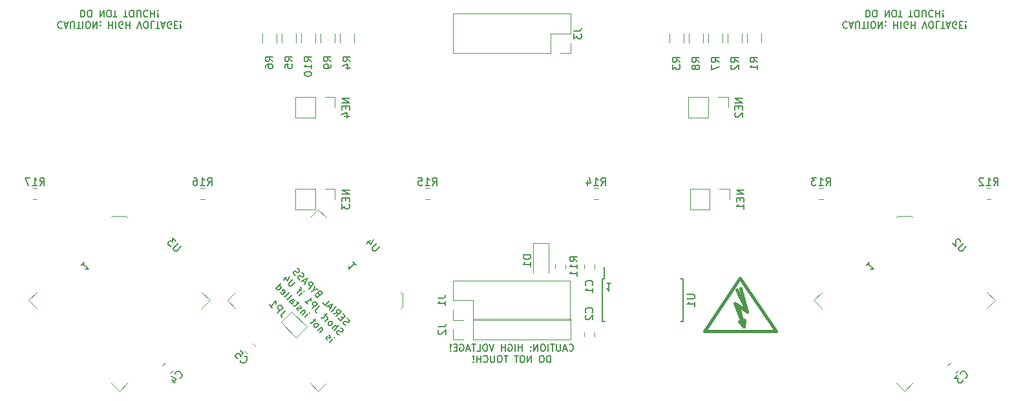
<source format=gbr>
G04 #@! TF.GenerationSoftware,KiCad,Pcbnew,(5.1.0-0)*
G04 #@! TF.CreationDate,2019-05-10T01:12:34-05:00*
G04 #@! TF.ProjectId,IN-12,494e2d31-322e-46b6-9963-61645f706362,rev?*
G04 #@! TF.SameCoordinates,Original*
G04 #@! TF.FileFunction,Legend,Bot*
G04 #@! TF.FilePolarity,Positive*
%FSLAX46Y46*%
G04 Gerber Fmt 4.6, Leading zero omitted, Abs format (unit mm)*
G04 Created by KiCad (PCBNEW (5.1.0-0)) date 2019-05-10 01:12:34*
%MOMM*%
%LPD*%
G04 APERTURE LIST*
%ADD10C,0.152400*%
%ADD11C,0.150000*%
%ADD12C,0.381000*%
%ADD13C,0.120000*%
G04 APERTURE END LIST*
D10*
X126961048Y-118840749D02*
X126841311Y-118780880D01*
X126691640Y-118631209D01*
X126661706Y-118541407D01*
X126661706Y-118481538D01*
X126691640Y-118391736D01*
X126751508Y-118331868D01*
X126841311Y-118301933D01*
X126901179Y-118301933D01*
X126990982Y-118331868D01*
X127140653Y-118421670D01*
X127230455Y-118451604D01*
X127290324Y-118451604D01*
X127380126Y-118421670D01*
X127439995Y-118361802D01*
X127469929Y-118271999D01*
X127469929Y-118212131D01*
X127439995Y-118122328D01*
X127290324Y-117972657D01*
X127170587Y-117912789D01*
X126631771Y-117912789D02*
X126422232Y-117703250D01*
X126003154Y-117942723D02*
X126302495Y-118242065D01*
X126931113Y-117613447D01*
X126631771Y-117314105D01*
X125374536Y-117314105D02*
X125883417Y-117224303D01*
X125733746Y-117673315D02*
X126362364Y-117044697D01*
X126122890Y-116805224D01*
X126033088Y-116775290D01*
X125973219Y-116775290D01*
X125883417Y-116805224D01*
X125793614Y-116895027D01*
X125763680Y-116984829D01*
X125763680Y-117044697D01*
X125793614Y-117134500D01*
X126033088Y-117373974D01*
X125105128Y-117044697D02*
X125733746Y-116416080D01*
X125015325Y-116595685D02*
X124715983Y-116296343D01*
X124895589Y-116835158D02*
X125314667Y-115997001D01*
X124476510Y-116416080D01*
X123967629Y-115907198D02*
X124266971Y-116206540D01*
X124895589Y-115577922D01*
X123398879Y-114679897D02*
X123279143Y-114620028D01*
X123219274Y-114620028D01*
X123129472Y-114649963D01*
X123039669Y-114739765D01*
X123009735Y-114829568D01*
X123009735Y-114889436D01*
X123039669Y-114979239D01*
X123279143Y-115218712D01*
X123907760Y-114590094D01*
X123698221Y-114380555D01*
X123608419Y-114350621D01*
X123548550Y-114350621D01*
X123458748Y-114380555D01*
X123398879Y-114440423D01*
X123368945Y-114530226D01*
X123368945Y-114590094D01*
X123398879Y-114679897D01*
X123608419Y-114889436D01*
X122830130Y-114171016D02*
X122530788Y-114470357D01*
X123368945Y-114051279D02*
X122830130Y-114171016D01*
X122949866Y-113632200D01*
X122111709Y-114051279D02*
X122740327Y-113422661D01*
X122500854Y-113183187D01*
X122411051Y-113153253D01*
X122351183Y-113153253D01*
X122261380Y-113183187D01*
X122171578Y-113272990D01*
X122141643Y-113362792D01*
X122141643Y-113422661D01*
X122171578Y-113512463D01*
X122411051Y-113751937D01*
X121692631Y-113272990D02*
X121393289Y-112973648D01*
X121572894Y-113512463D02*
X121991972Y-112674306D01*
X121153815Y-113093385D01*
X121004144Y-112883845D02*
X120884408Y-112823977D01*
X120734737Y-112674306D01*
X120704802Y-112584504D01*
X120704802Y-112524635D01*
X120734737Y-112434833D01*
X120794605Y-112374964D01*
X120884408Y-112345030D01*
X120944276Y-112345030D01*
X121034078Y-112374964D01*
X121183749Y-112464767D01*
X121273552Y-112494701D01*
X121333420Y-112494701D01*
X121423223Y-112464767D01*
X121483091Y-112404898D01*
X121513025Y-112315096D01*
X121513025Y-112255228D01*
X121483091Y-112165425D01*
X121333420Y-112015754D01*
X121213684Y-111955886D01*
X120405461Y-112285162D02*
X120285724Y-112225293D01*
X120136053Y-112075622D01*
X120106119Y-111985820D01*
X120106119Y-111925951D01*
X120136053Y-111836149D01*
X120195921Y-111776281D01*
X120285724Y-111746346D01*
X120345592Y-111746346D01*
X120435395Y-111776281D01*
X120585066Y-111866083D01*
X120674868Y-111896017D01*
X120734737Y-111896017D01*
X120824539Y-111866083D01*
X120884408Y-111806215D01*
X120914342Y-111716412D01*
X120914342Y-111656544D01*
X120884408Y-111566741D01*
X120734737Y-111417070D01*
X120615000Y-111357202D01*
X126104930Y-120086011D02*
X125985193Y-120026143D01*
X125835522Y-119876472D01*
X125805588Y-119786669D01*
X125805588Y-119726801D01*
X125835522Y-119636998D01*
X125895390Y-119577130D01*
X125985193Y-119547196D01*
X126045061Y-119547196D01*
X126134864Y-119577130D01*
X126284535Y-119666932D01*
X126374337Y-119696866D01*
X126434206Y-119696866D01*
X126524008Y-119666932D01*
X126583877Y-119607064D01*
X126613811Y-119517261D01*
X126613811Y-119457393D01*
X126583877Y-119367590D01*
X126434206Y-119217919D01*
X126314469Y-119158051D01*
X125446378Y-119487327D02*
X126074996Y-118858709D01*
X125176970Y-119217919D02*
X125506246Y-118888643D01*
X125596049Y-118858709D01*
X125685851Y-118888643D01*
X125775654Y-118978446D01*
X125805588Y-119068249D01*
X125805588Y-119128117D01*
X124787826Y-118828775D02*
X124877628Y-118858709D01*
X124937496Y-118858709D01*
X125027299Y-118828775D01*
X125206904Y-118649170D01*
X125236838Y-118559367D01*
X125236838Y-118499499D01*
X125206904Y-118409696D01*
X125117102Y-118319894D01*
X125027299Y-118289960D01*
X124967431Y-118289960D01*
X124877628Y-118319894D01*
X124698023Y-118499499D01*
X124668089Y-118589302D01*
X124668089Y-118649170D01*
X124698023Y-118738972D01*
X124787826Y-118828775D01*
X124308879Y-118349828D02*
X124727957Y-117930749D01*
X124608220Y-118050486D02*
X124638155Y-117960684D01*
X124638155Y-117900815D01*
X124608220Y-117811013D01*
X124548352Y-117751144D01*
X124428615Y-117631408D02*
X124189142Y-117391934D01*
X124548352Y-117332066D02*
X124009537Y-117870881D01*
X123919734Y-117900815D01*
X123829932Y-117870881D01*
X123770063Y-117811013D01*
X123530590Y-116314303D02*
X123081577Y-116763316D01*
X123021708Y-116883053D01*
X123021708Y-117002790D01*
X123081577Y-117122526D01*
X123141445Y-117182395D01*
X122602630Y-116643579D02*
X123231248Y-116014961D01*
X122991774Y-115775488D01*
X122901972Y-115745554D01*
X122842103Y-115745554D01*
X122752301Y-115775488D01*
X122662498Y-115865291D01*
X122632564Y-115955093D01*
X122632564Y-116014961D01*
X122662498Y-116104764D01*
X122901972Y-116344238D01*
X121644736Y-115685685D02*
X122003946Y-116044896D01*
X121824341Y-115865291D02*
X122452959Y-115236673D01*
X122423025Y-115386344D01*
X122423025Y-115506080D01*
X122452959Y-115595883D01*
X120896381Y-114937331D02*
X121315460Y-114518252D01*
X121524999Y-114308713D02*
X121524999Y-114368581D01*
X121465131Y-114368581D01*
X121465131Y-114308713D01*
X121524999Y-114308713D01*
X121465131Y-114368581D01*
X121105920Y-114308713D02*
X120866447Y-114069239D01*
X120597039Y-114637989D02*
X121135855Y-114099173D01*
X121165789Y-114009371D01*
X121135855Y-113919568D01*
X121075986Y-113859700D01*
X120387500Y-113171214D02*
X119878619Y-113680095D01*
X119788816Y-113710029D01*
X119728948Y-113710029D01*
X119639145Y-113680095D01*
X119519409Y-113560358D01*
X119489474Y-113470556D01*
X119489474Y-113410687D01*
X119519409Y-113320885D01*
X120028290Y-112812003D01*
X119250001Y-112452793D02*
X118830922Y-112871872D01*
X119639145Y-112362991D02*
X119339803Y-112961674D01*
X118950659Y-112572530D01*
X124889602Y-121031931D02*
X125308680Y-120612853D01*
X125518220Y-120403313D02*
X125518220Y-120463182D01*
X125458351Y-120463182D01*
X125458351Y-120403313D01*
X125518220Y-120403313D01*
X125458351Y-120463182D01*
X124650128Y-120732589D02*
X124560326Y-120702655D01*
X124440589Y-120582918D01*
X124410655Y-120493116D01*
X124440589Y-120403313D01*
X124470523Y-120373379D01*
X124560326Y-120343445D01*
X124650128Y-120373379D01*
X124739931Y-120463182D01*
X124829733Y-120493116D01*
X124919536Y-120463182D01*
X124949470Y-120433248D01*
X124979404Y-120343445D01*
X124949470Y-120253642D01*
X124859668Y-120163840D01*
X124769865Y-120133906D01*
X124021510Y-119325683D02*
X123602432Y-119744761D01*
X123961642Y-119385551D02*
X123961642Y-119325683D01*
X123931708Y-119235880D01*
X123841905Y-119146077D01*
X123752103Y-119116143D01*
X123662300Y-119146077D01*
X123333024Y-119475354D01*
X122943880Y-119086209D02*
X123033682Y-119116143D01*
X123093550Y-119116143D01*
X123183353Y-119086209D01*
X123362958Y-118906604D01*
X123392892Y-118816801D01*
X123392892Y-118756933D01*
X123362958Y-118667130D01*
X123273156Y-118577328D01*
X123183353Y-118547394D01*
X123123485Y-118547394D01*
X123033682Y-118577328D01*
X122854077Y-118756933D01*
X122824143Y-118846736D01*
X122824143Y-118906604D01*
X122854077Y-118996407D01*
X122943880Y-119086209D01*
X122973814Y-118277986D02*
X122734340Y-118038513D01*
X123093550Y-117978644D02*
X122554735Y-118517460D01*
X122464933Y-118547394D01*
X122375130Y-118517460D01*
X122315262Y-118457591D01*
X121626775Y-117769105D02*
X122045854Y-117350026D01*
X122255393Y-117140487D02*
X122255393Y-117200355D01*
X122195525Y-117200355D01*
X122195525Y-117140487D01*
X122255393Y-117140487D01*
X122195525Y-117200355D01*
X121746512Y-117050684D02*
X121327433Y-117469763D01*
X121686644Y-117110553D02*
X121686644Y-117050684D01*
X121656710Y-116960882D01*
X121566907Y-116871079D01*
X121477104Y-116841145D01*
X121387302Y-116871079D01*
X121058026Y-117200355D01*
X120818552Y-116901013D02*
X120728750Y-116871079D01*
X120609013Y-116751343D01*
X120579079Y-116661540D01*
X120609013Y-116571737D01*
X120638947Y-116541803D01*
X120728750Y-116511869D01*
X120818552Y-116541803D01*
X120908355Y-116631606D01*
X120998157Y-116661540D01*
X121087960Y-116631606D01*
X121117894Y-116601672D01*
X121147828Y-116511869D01*
X121117894Y-116422066D01*
X121028092Y-116332264D01*
X120938289Y-116302330D01*
X120758684Y-116062856D02*
X120519210Y-115823383D01*
X120878421Y-115763514D02*
X120339605Y-116302330D01*
X120249803Y-116332264D01*
X120160000Y-116302330D01*
X120100132Y-116242461D01*
X119621185Y-115763514D02*
X119950461Y-115434238D01*
X120040263Y-115404304D01*
X120130066Y-115434238D01*
X120249803Y-115553975D01*
X120279737Y-115643778D01*
X119651119Y-115733580D02*
X119681053Y-115823383D01*
X119830724Y-115973054D01*
X119920527Y-116002988D01*
X120010329Y-115973054D01*
X120070198Y-115913185D01*
X120100132Y-115823383D01*
X120070198Y-115733580D01*
X119920527Y-115583909D01*
X119890592Y-115494107D01*
X119232040Y-115374370D02*
X119321843Y-115404304D01*
X119411645Y-115374370D01*
X119950461Y-114835555D01*
X118902764Y-115045094D02*
X118992567Y-115075028D01*
X119082369Y-115045094D01*
X119621185Y-114506278D01*
X118453751Y-114536213D02*
X118483686Y-114626015D01*
X118603422Y-114745752D01*
X118693225Y-114775686D01*
X118783028Y-114745752D01*
X119022501Y-114506278D01*
X119052435Y-114416476D01*
X119022501Y-114326673D01*
X118902764Y-114206937D01*
X118812962Y-114177002D01*
X118723159Y-114206937D01*
X118663291Y-114266805D01*
X118902764Y-114626015D01*
X117855068Y-113997397D02*
X118483686Y-113368779D01*
X117885002Y-113967463D02*
X117914936Y-114057266D01*
X118034673Y-114177002D01*
X118124475Y-114206937D01*
X118184344Y-114206937D01*
X118274146Y-114177002D01*
X118453751Y-113997397D01*
X118483686Y-113907595D01*
X118483686Y-113847726D01*
X118453751Y-113757924D01*
X118334015Y-113638187D01*
X118244212Y-113608253D01*
X89793233Y-79140050D02*
X89750900Y-79097716D01*
X89623900Y-79055383D01*
X89539233Y-79055383D01*
X89412233Y-79097716D01*
X89327566Y-79182383D01*
X89285233Y-79267050D01*
X89242900Y-79436383D01*
X89242900Y-79563383D01*
X89285233Y-79732716D01*
X89327566Y-79817383D01*
X89412233Y-79902050D01*
X89539233Y-79944383D01*
X89623900Y-79944383D01*
X89750900Y-79902050D01*
X89793233Y-79859716D01*
X90131900Y-79309383D02*
X90555233Y-79309383D01*
X90047233Y-79055383D02*
X90343566Y-79944383D01*
X90639900Y-79055383D01*
X90936233Y-79944383D02*
X90936233Y-79224716D01*
X90978566Y-79140050D01*
X91020900Y-79097716D01*
X91105566Y-79055383D01*
X91274900Y-79055383D01*
X91359566Y-79097716D01*
X91401900Y-79140050D01*
X91444233Y-79224716D01*
X91444233Y-79944383D01*
X91740566Y-79944383D02*
X92248566Y-79944383D01*
X91994566Y-79055383D02*
X91994566Y-79944383D01*
X92544900Y-79055383D02*
X92544900Y-79944383D01*
X93137566Y-79944383D02*
X93306900Y-79944383D01*
X93391566Y-79902050D01*
X93476233Y-79817383D01*
X93518566Y-79648050D01*
X93518566Y-79351716D01*
X93476233Y-79182383D01*
X93391566Y-79097716D01*
X93306900Y-79055383D01*
X93137566Y-79055383D01*
X93052900Y-79097716D01*
X92968233Y-79182383D01*
X92925900Y-79351716D01*
X92925900Y-79648050D01*
X92968233Y-79817383D01*
X93052900Y-79902050D01*
X93137566Y-79944383D01*
X93899566Y-79055383D02*
X93899566Y-79944383D01*
X94407566Y-79055383D01*
X94407566Y-79944383D01*
X94830900Y-79140050D02*
X94873233Y-79097716D01*
X94830900Y-79055383D01*
X94788566Y-79097716D01*
X94830900Y-79140050D01*
X94830900Y-79055383D01*
X94830900Y-79605716D02*
X94873233Y-79563383D01*
X94830900Y-79521050D01*
X94788566Y-79563383D01*
X94830900Y-79605716D01*
X94830900Y-79521050D01*
X95931566Y-79055383D02*
X95931566Y-79944383D01*
X95931566Y-79521050D02*
X96439566Y-79521050D01*
X96439566Y-79055383D02*
X96439566Y-79944383D01*
X96862900Y-79055383D02*
X96862900Y-79944383D01*
X97751900Y-79902050D02*
X97667233Y-79944383D01*
X97540233Y-79944383D01*
X97413233Y-79902050D01*
X97328566Y-79817383D01*
X97286233Y-79732716D01*
X97243900Y-79563383D01*
X97243900Y-79436383D01*
X97286233Y-79267050D01*
X97328566Y-79182383D01*
X97413233Y-79097716D01*
X97540233Y-79055383D01*
X97624900Y-79055383D01*
X97751900Y-79097716D01*
X97794233Y-79140050D01*
X97794233Y-79436383D01*
X97624900Y-79436383D01*
X98175233Y-79055383D02*
X98175233Y-79944383D01*
X98175233Y-79521050D02*
X98683233Y-79521050D01*
X98683233Y-79055383D02*
X98683233Y-79944383D01*
X99656900Y-79944383D02*
X99953233Y-79055383D01*
X100249566Y-79944383D01*
X100715233Y-79944383D02*
X100884566Y-79944383D01*
X100969233Y-79902050D01*
X101053900Y-79817383D01*
X101096233Y-79648050D01*
X101096233Y-79351716D01*
X101053900Y-79182383D01*
X100969233Y-79097716D01*
X100884566Y-79055383D01*
X100715233Y-79055383D01*
X100630566Y-79097716D01*
X100545900Y-79182383D01*
X100503566Y-79351716D01*
X100503566Y-79648050D01*
X100545900Y-79817383D01*
X100630566Y-79902050D01*
X100715233Y-79944383D01*
X101900566Y-79055383D02*
X101477233Y-79055383D01*
X101477233Y-79944383D01*
X102069900Y-79944383D02*
X102577900Y-79944383D01*
X102323900Y-79055383D02*
X102323900Y-79944383D01*
X102831900Y-79309383D02*
X103255233Y-79309383D01*
X102747233Y-79055383D02*
X103043566Y-79944383D01*
X103339900Y-79055383D01*
X104101900Y-79902050D02*
X104017233Y-79944383D01*
X103890233Y-79944383D01*
X103763233Y-79902050D01*
X103678566Y-79817383D01*
X103636233Y-79732716D01*
X103593900Y-79563383D01*
X103593900Y-79436383D01*
X103636233Y-79267050D01*
X103678566Y-79182383D01*
X103763233Y-79097716D01*
X103890233Y-79055383D01*
X103974900Y-79055383D01*
X104101900Y-79097716D01*
X104144233Y-79140050D01*
X104144233Y-79436383D01*
X103974900Y-79436383D01*
X104525233Y-79521050D02*
X104821566Y-79521050D01*
X104948566Y-79055383D02*
X104525233Y-79055383D01*
X104525233Y-79944383D01*
X104948566Y-79944383D01*
X105329566Y-79140050D02*
X105371900Y-79097716D01*
X105329566Y-79055383D01*
X105287233Y-79097716D01*
X105329566Y-79140050D01*
X105329566Y-79055383D01*
X105329566Y-79394050D02*
X105287233Y-79902050D01*
X105329566Y-79944383D01*
X105371900Y-79902050D01*
X105329566Y-79394050D01*
X105329566Y-79944383D01*
X92269733Y-77569483D02*
X92269733Y-78458483D01*
X92481400Y-78458483D01*
X92608400Y-78416150D01*
X92693066Y-78331483D01*
X92735400Y-78246816D01*
X92777733Y-78077483D01*
X92777733Y-77950483D01*
X92735400Y-77781150D01*
X92693066Y-77696483D01*
X92608400Y-77611816D01*
X92481400Y-77569483D01*
X92269733Y-77569483D01*
X93328066Y-78458483D02*
X93497400Y-78458483D01*
X93582066Y-78416150D01*
X93666733Y-78331483D01*
X93709066Y-78162150D01*
X93709066Y-77865816D01*
X93666733Y-77696483D01*
X93582066Y-77611816D01*
X93497400Y-77569483D01*
X93328066Y-77569483D01*
X93243400Y-77611816D01*
X93158733Y-77696483D01*
X93116400Y-77865816D01*
X93116400Y-78162150D01*
X93158733Y-78331483D01*
X93243400Y-78416150D01*
X93328066Y-78458483D01*
X94767400Y-77569483D02*
X94767400Y-78458483D01*
X95275400Y-77569483D01*
X95275400Y-78458483D01*
X95868066Y-78458483D02*
X96037400Y-78458483D01*
X96122066Y-78416150D01*
X96206733Y-78331483D01*
X96249066Y-78162150D01*
X96249066Y-77865816D01*
X96206733Y-77696483D01*
X96122066Y-77611816D01*
X96037400Y-77569483D01*
X95868066Y-77569483D01*
X95783400Y-77611816D01*
X95698733Y-77696483D01*
X95656400Y-77865816D01*
X95656400Y-78162150D01*
X95698733Y-78331483D01*
X95783400Y-78416150D01*
X95868066Y-78458483D01*
X96503066Y-78458483D02*
X97011066Y-78458483D01*
X96757066Y-77569483D02*
X96757066Y-78458483D01*
X97857733Y-78458483D02*
X98365733Y-78458483D01*
X98111733Y-77569483D02*
X98111733Y-78458483D01*
X98831400Y-78458483D02*
X99000733Y-78458483D01*
X99085400Y-78416150D01*
X99170066Y-78331483D01*
X99212400Y-78162150D01*
X99212400Y-77865816D01*
X99170066Y-77696483D01*
X99085400Y-77611816D01*
X99000733Y-77569483D01*
X98831400Y-77569483D01*
X98746733Y-77611816D01*
X98662066Y-77696483D01*
X98619733Y-77865816D01*
X98619733Y-78162150D01*
X98662066Y-78331483D01*
X98746733Y-78416150D01*
X98831400Y-78458483D01*
X99593400Y-78458483D02*
X99593400Y-77738816D01*
X99635733Y-77654150D01*
X99678066Y-77611816D01*
X99762733Y-77569483D01*
X99932066Y-77569483D01*
X100016733Y-77611816D01*
X100059066Y-77654150D01*
X100101400Y-77738816D01*
X100101400Y-78458483D01*
X101032733Y-77654150D02*
X100990400Y-77611816D01*
X100863400Y-77569483D01*
X100778733Y-77569483D01*
X100651733Y-77611816D01*
X100567066Y-77696483D01*
X100524733Y-77781150D01*
X100482400Y-77950483D01*
X100482400Y-78077483D01*
X100524733Y-78246816D01*
X100567066Y-78331483D01*
X100651733Y-78416150D01*
X100778733Y-78458483D01*
X100863400Y-78458483D01*
X100990400Y-78416150D01*
X101032733Y-78373816D01*
X101413733Y-77569483D02*
X101413733Y-78458483D01*
X101413733Y-78035150D02*
X101921733Y-78035150D01*
X101921733Y-77569483D02*
X101921733Y-78458483D01*
X102345066Y-77654150D02*
X102387400Y-77611816D01*
X102345066Y-77569483D01*
X102302733Y-77611816D01*
X102345066Y-77654150D01*
X102345066Y-77569483D01*
X102345066Y-77908150D02*
X102302733Y-78416150D01*
X102345066Y-78458483D01*
X102387400Y-78416150D01*
X102345066Y-77908150D01*
X102345066Y-78458483D01*
D11*
X128309312Y-110981748D02*
X127905251Y-110577687D01*
X128107281Y-110779718D02*
X127400174Y-111486825D01*
X127433846Y-111318466D01*
X127433846Y-111183779D01*
X127400174Y-111082764D01*
D10*
X192663233Y-79140050D02*
X192620900Y-79097716D01*
X192493900Y-79055383D01*
X192409233Y-79055383D01*
X192282233Y-79097716D01*
X192197566Y-79182383D01*
X192155233Y-79267050D01*
X192112900Y-79436383D01*
X192112900Y-79563383D01*
X192155233Y-79732716D01*
X192197566Y-79817383D01*
X192282233Y-79902050D01*
X192409233Y-79944383D01*
X192493900Y-79944383D01*
X192620900Y-79902050D01*
X192663233Y-79859716D01*
X193001900Y-79309383D02*
X193425233Y-79309383D01*
X192917233Y-79055383D02*
X193213566Y-79944383D01*
X193509900Y-79055383D01*
X193806233Y-79944383D02*
X193806233Y-79224716D01*
X193848566Y-79140050D01*
X193890900Y-79097716D01*
X193975566Y-79055383D01*
X194144900Y-79055383D01*
X194229566Y-79097716D01*
X194271900Y-79140050D01*
X194314233Y-79224716D01*
X194314233Y-79944383D01*
X194610566Y-79944383D02*
X195118566Y-79944383D01*
X194864566Y-79055383D02*
X194864566Y-79944383D01*
X195414900Y-79055383D02*
X195414900Y-79944383D01*
X196007566Y-79944383D02*
X196176900Y-79944383D01*
X196261566Y-79902050D01*
X196346233Y-79817383D01*
X196388566Y-79648050D01*
X196388566Y-79351716D01*
X196346233Y-79182383D01*
X196261566Y-79097716D01*
X196176900Y-79055383D01*
X196007566Y-79055383D01*
X195922900Y-79097716D01*
X195838233Y-79182383D01*
X195795900Y-79351716D01*
X195795900Y-79648050D01*
X195838233Y-79817383D01*
X195922900Y-79902050D01*
X196007566Y-79944383D01*
X196769566Y-79055383D02*
X196769566Y-79944383D01*
X197277566Y-79055383D01*
X197277566Y-79944383D01*
X197700900Y-79140050D02*
X197743233Y-79097716D01*
X197700900Y-79055383D01*
X197658566Y-79097716D01*
X197700900Y-79140050D01*
X197700900Y-79055383D01*
X197700900Y-79605716D02*
X197743233Y-79563383D01*
X197700900Y-79521050D01*
X197658566Y-79563383D01*
X197700900Y-79605716D01*
X197700900Y-79521050D01*
X198801566Y-79055383D02*
X198801566Y-79944383D01*
X198801566Y-79521050D02*
X199309566Y-79521050D01*
X199309566Y-79055383D02*
X199309566Y-79944383D01*
X199732900Y-79055383D02*
X199732900Y-79944383D01*
X200621900Y-79902050D02*
X200537233Y-79944383D01*
X200410233Y-79944383D01*
X200283233Y-79902050D01*
X200198566Y-79817383D01*
X200156233Y-79732716D01*
X200113900Y-79563383D01*
X200113900Y-79436383D01*
X200156233Y-79267050D01*
X200198566Y-79182383D01*
X200283233Y-79097716D01*
X200410233Y-79055383D01*
X200494900Y-79055383D01*
X200621900Y-79097716D01*
X200664233Y-79140050D01*
X200664233Y-79436383D01*
X200494900Y-79436383D01*
X201045233Y-79055383D02*
X201045233Y-79944383D01*
X201045233Y-79521050D02*
X201553233Y-79521050D01*
X201553233Y-79055383D02*
X201553233Y-79944383D01*
X202526900Y-79944383D02*
X202823233Y-79055383D01*
X203119566Y-79944383D01*
X203585233Y-79944383D02*
X203754566Y-79944383D01*
X203839233Y-79902050D01*
X203923900Y-79817383D01*
X203966233Y-79648050D01*
X203966233Y-79351716D01*
X203923900Y-79182383D01*
X203839233Y-79097716D01*
X203754566Y-79055383D01*
X203585233Y-79055383D01*
X203500566Y-79097716D01*
X203415900Y-79182383D01*
X203373566Y-79351716D01*
X203373566Y-79648050D01*
X203415900Y-79817383D01*
X203500566Y-79902050D01*
X203585233Y-79944383D01*
X204770566Y-79055383D02*
X204347233Y-79055383D01*
X204347233Y-79944383D01*
X204939900Y-79944383D02*
X205447900Y-79944383D01*
X205193900Y-79055383D02*
X205193900Y-79944383D01*
X205701900Y-79309383D02*
X206125233Y-79309383D01*
X205617233Y-79055383D02*
X205913566Y-79944383D01*
X206209900Y-79055383D01*
X206971900Y-79902050D02*
X206887233Y-79944383D01*
X206760233Y-79944383D01*
X206633233Y-79902050D01*
X206548566Y-79817383D01*
X206506233Y-79732716D01*
X206463900Y-79563383D01*
X206463900Y-79436383D01*
X206506233Y-79267050D01*
X206548566Y-79182383D01*
X206633233Y-79097716D01*
X206760233Y-79055383D01*
X206844900Y-79055383D01*
X206971900Y-79097716D01*
X207014233Y-79140050D01*
X207014233Y-79436383D01*
X206844900Y-79436383D01*
X207395233Y-79521050D02*
X207691566Y-79521050D01*
X207818566Y-79055383D02*
X207395233Y-79055383D01*
X207395233Y-79944383D01*
X207818566Y-79944383D01*
X208199566Y-79140050D02*
X208241900Y-79097716D01*
X208199566Y-79055383D01*
X208157233Y-79097716D01*
X208199566Y-79140050D01*
X208199566Y-79055383D01*
X208199566Y-79394050D02*
X208157233Y-79902050D01*
X208199566Y-79944383D01*
X208241900Y-79902050D01*
X208199566Y-79394050D01*
X208199566Y-79944383D01*
X195139733Y-77569483D02*
X195139733Y-78458483D01*
X195351400Y-78458483D01*
X195478400Y-78416150D01*
X195563066Y-78331483D01*
X195605400Y-78246816D01*
X195647733Y-78077483D01*
X195647733Y-77950483D01*
X195605400Y-77781150D01*
X195563066Y-77696483D01*
X195478400Y-77611816D01*
X195351400Y-77569483D01*
X195139733Y-77569483D01*
X196198066Y-78458483D02*
X196367400Y-78458483D01*
X196452066Y-78416150D01*
X196536733Y-78331483D01*
X196579066Y-78162150D01*
X196579066Y-77865816D01*
X196536733Y-77696483D01*
X196452066Y-77611816D01*
X196367400Y-77569483D01*
X196198066Y-77569483D01*
X196113400Y-77611816D01*
X196028733Y-77696483D01*
X195986400Y-77865816D01*
X195986400Y-78162150D01*
X196028733Y-78331483D01*
X196113400Y-78416150D01*
X196198066Y-78458483D01*
X197637400Y-77569483D02*
X197637400Y-78458483D01*
X198145400Y-77569483D01*
X198145400Y-78458483D01*
X198738066Y-78458483D02*
X198907400Y-78458483D01*
X198992066Y-78416150D01*
X199076733Y-78331483D01*
X199119066Y-78162150D01*
X199119066Y-77865816D01*
X199076733Y-77696483D01*
X198992066Y-77611816D01*
X198907400Y-77569483D01*
X198738066Y-77569483D01*
X198653400Y-77611816D01*
X198568733Y-77696483D01*
X198526400Y-77865816D01*
X198526400Y-78162150D01*
X198568733Y-78331483D01*
X198653400Y-78416150D01*
X198738066Y-78458483D01*
X199373066Y-78458483D02*
X199881066Y-78458483D01*
X199627066Y-77569483D02*
X199627066Y-78458483D01*
X200727733Y-78458483D02*
X201235733Y-78458483D01*
X200981733Y-77569483D02*
X200981733Y-78458483D01*
X201701400Y-78458483D02*
X201870733Y-78458483D01*
X201955400Y-78416150D01*
X202040066Y-78331483D01*
X202082400Y-78162150D01*
X202082400Y-77865816D01*
X202040066Y-77696483D01*
X201955400Y-77611816D01*
X201870733Y-77569483D01*
X201701400Y-77569483D01*
X201616733Y-77611816D01*
X201532066Y-77696483D01*
X201489733Y-77865816D01*
X201489733Y-78162150D01*
X201532066Y-78331483D01*
X201616733Y-78416150D01*
X201701400Y-78458483D01*
X202463400Y-78458483D02*
X202463400Y-77738816D01*
X202505733Y-77654150D01*
X202548066Y-77611816D01*
X202632733Y-77569483D01*
X202802066Y-77569483D01*
X202886733Y-77611816D01*
X202929066Y-77654150D01*
X202971400Y-77738816D01*
X202971400Y-78458483D01*
X203902733Y-77654150D02*
X203860400Y-77611816D01*
X203733400Y-77569483D01*
X203648733Y-77569483D01*
X203521733Y-77611816D01*
X203437066Y-77696483D01*
X203394733Y-77781150D01*
X203352400Y-77950483D01*
X203352400Y-78077483D01*
X203394733Y-78246816D01*
X203437066Y-78331483D01*
X203521733Y-78416150D01*
X203648733Y-78458483D01*
X203733400Y-78458483D01*
X203860400Y-78416150D01*
X203902733Y-78373816D01*
X204283733Y-77569483D02*
X204283733Y-78458483D01*
X204283733Y-78035150D02*
X204791733Y-78035150D01*
X204791733Y-77569483D02*
X204791733Y-78458483D01*
X205215066Y-77654150D02*
X205257400Y-77611816D01*
X205215066Y-77569483D01*
X205172733Y-77611816D01*
X205215066Y-77654150D01*
X205215066Y-77569483D01*
X205215066Y-77908150D02*
X205172733Y-78416150D01*
X205215066Y-78458483D01*
X205257400Y-78416150D01*
X205215066Y-77908150D01*
X205215066Y-78458483D01*
X156256566Y-122104150D02*
X156298900Y-122146483D01*
X156425900Y-122188816D01*
X156510566Y-122188816D01*
X156637566Y-122146483D01*
X156722233Y-122061816D01*
X156764566Y-121977150D01*
X156806900Y-121807816D01*
X156806900Y-121680816D01*
X156764566Y-121511483D01*
X156722233Y-121426816D01*
X156637566Y-121342150D01*
X156510566Y-121299816D01*
X156425900Y-121299816D01*
X156298900Y-121342150D01*
X156256566Y-121384483D01*
X155917900Y-121934816D02*
X155494566Y-121934816D01*
X156002566Y-122188816D02*
X155706233Y-121299816D01*
X155409900Y-122188816D01*
X155113566Y-121299816D02*
X155113566Y-122019483D01*
X155071233Y-122104150D01*
X155028900Y-122146483D01*
X154944233Y-122188816D01*
X154774900Y-122188816D01*
X154690233Y-122146483D01*
X154647900Y-122104150D01*
X154605566Y-122019483D01*
X154605566Y-121299816D01*
X154309233Y-121299816D02*
X153801233Y-121299816D01*
X154055233Y-122188816D02*
X154055233Y-121299816D01*
X153504900Y-122188816D02*
X153504900Y-121299816D01*
X152912233Y-121299816D02*
X152742900Y-121299816D01*
X152658233Y-121342150D01*
X152573566Y-121426816D01*
X152531233Y-121596150D01*
X152531233Y-121892483D01*
X152573566Y-122061816D01*
X152658233Y-122146483D01*
X152742900Y-122188816D01*
X152912233Y-122188816D01*
X152996900Y-122146483D01*
X153081566Y-122061816D01*
X153123900Y-121892483D01*
X153123900Y-121596150D01*
X153081566Y-121426816D01*
X152996900Y-121342150D01*
X152912233Y-121299816D01*
X152150233Y-122188816D02*
X152150233Y-121299816D01*
X151642233Y-122188816D01*
X151642233Y-121299816D01*
X151218900Y-122104150D02*
X151176566Y-122146483D01*
X151218900Y-122188816D01*
X151261233Y-122146483D01*
X151218900Y-122104150D01*
X151218900Y-122188816D01*
X151218900Y-121638483D02*
X151176566Y-121680816D01*
X151218900Y-121723150D01*
X151261233Y-121680816D01*
X151218900Y-121638483D01*
X151218900Y-121723150D01*
X150118233Y-122188816D02*
X150118233Y-121299816D01*
X150118233Y-121723150D02*
X149610233Y-121723150D01*
X149610233Y-122188816D02*
X149610233Y-121299816D01*
X149186899Y-122188816D02*
X149186899Y-121299816D01*
X148297899Y-121342150D02*
X148382566Y-121299816D01*
X148509566Y-121299816D01*
X148636566Y-121342150D01*
X148721233Y-121426816D01*
X148763566Y-121511483D01*
X148805899Y-121680816D01*
X148805899Y-121807816D01*
X148763566Y-121977150D01*
X148721233Y-122061816D01*
X148636566Y-122146483D01*
X148509566Y-122188816D01*
X148424899Y-122188816D01*
X148297899Y-122146483D01*
X148255566Y-122104150D01*
X148255566Y-121807816D01*
X148424899Y-121807816D01*
X147874566Y-122188816D02*
X147874566Y-121299816D01*
X147874566Y-121723150D02*
X147366566Y-121723150D01*
X147366566Y-122188816D02*
X147366566Y-121299816D01*
X146392899Y-121299816D02*
X146096566Y-122188816D01*
X145800233Y-121299816D01*
X145334566Y-121299816D02*
X145165233Y-121299816D01*
X145080566Y-121342150D01*
X144995899Y-121426816D01*
X144953566Y-121596150D01*
X144953566Y-121892483D01*
X144995899Y-122061816D01*
X145080566Y-122146483D01*
X145165233Y-122188816D01*
X145334566Y-122188816D01*
X145419233Y-122146483D01*
X145503899Y-122061816D01*
X145546233Y-121892483D01*
X145546233Y-121596150D01*
X145503899Y-121426816D01*
X145419233Y-121342150D01*
X145334566Y-121299816D01*
X144149233Y-122188816D02*
X144572566Y-122188816D01*
X144572566Y-121299816D01*
X143979899Y-121299816D02*
X143471899Y-121299816D01*
X143725899Y-122188816D02*
X143725899Y-121299816D01*
X143217899Y-121934816D02*
X142794566Y-121934816D01*
X143302566Y-122188816D02*
X143006233Y-121299816D01*
X142709899Y-122188816D01*
X141947899Y-121342150D02*
X142032566Y-121299816D01*
X142159566Y-121299816D01*
X142286566Y-121342150D01*
X142371233Y-121426816D01*
X142413566Y-121511483D01*
X142455899Y-121680816D01*
X142455899Y-121807816D01*
X142413566Y-121977150D01*
X142371233Y-122061816D01*
X142286566Y-122146483D01*
X142159566Y-122188816D01*
X142074899Y-122188816D01*
X141947899Y-122146483D01*
X141905566Y-122104150D01*
X141905566Y-121807816D01*
X142074899Y-121807816D01*
X141524566Y-121723150D02*
X141228233Y-121723150D01*
X141101233Y-122188816D02*
X141524566Y-122188816D01*
X141524566Y-121299816D01*
X141101233Y-121299816D01*
X140720233Y-122104150D02*
X140677899Y-122146483D01*
X140720233Y-122188816D01*
X140762566Y-122146483D01*
X140720233Y-122104150D01*
X140720233Y-122188816D01*
X140720233Y-121850150D02*
X140762566Y-121342150D01*
X140720233Y-121299816D01*
X140677899Y-121342150D01*
X140720233Y-121850150D01*
X140720233Y-121299816D01*
X153780066Y-123674716D02*
X153780066Y-122785716D01*
X153568400Y-122785716D01*
X153441400Y-122828050D01*
X153356733Y-122912716D01*
X153314400Y-122997383D01*
X153272066Y-123166716D01*
X153272066Y-123293716D01*
X153314400Y-123463050D01*
X153356733Y-123547716D01*
X153441400Y-123632383D01*
X153568400Y-123674716D01*
X153780066Y-123674716D01*
X152721733Y-122785716D02*
X152552400Y-122785716D01*
X152467733Y-122828050D01*
X152383066Y-122912716D01*
X152340733Y-123082050D01*
X152340733Y-123378383D01*
X152383066Y-123547716D01*
X152467733Y-123632383D01*
X152552400Y-123674716D01*
X152721733Y-123674716D01*
X152806400Y-123632383D01*
X152891066Y-123547716D01*
X152933400Y-123378383D01*
X152933400Y-123082050D01*
X152891066Y-122912716D01*
X152806400Y-122828050D01*
X152721733Y-122785716D01*
X151282400Y-123674716D02*
X151282400Y-122785716D01*
X150774400Y-123674716D01*
X150774400Y-122785716D01*
X150181733Y-122785716D02*
X150012400Y-122785716D01*
X149927733Y-122828050D01*
X149843066Y-122912716D01*
X149800733Y-123082050D01*
X149800733Y-123378383D01*
X149843066Y-123547716D01*
X149927733Y-123632383D01*
X150012400Y-123674716D01*
X150181733Y-123674716D01*
X150266400Y-123632383D01*
X150351066Y-123547716D01*
X150393400Y-123378383D01*
X150393400Y-123082050D01*
X150351066Y-122912716D01*
X150266400Y-122828050D01*
X150181733Y-122785716D01*
X149546733Y-122785716D02*
X149038733Y-122785716D01*
X149292733Y-123674716D02*
X149292733Y-122785716D01*
X148192066Y-122785716D02*
X147684066Y-122785716D01*
X147938066Y-123674716D02*
X147938066Y-122785716D01*
X147218400Y-122785716D02*
X147049066Y-122785716D01*
X146964400Y-122828050D01*
X146879733Y-122912716D01*
X146837400Y-123082050D01*
X146837400Y-123378383D01*
X146879733Y-123547716D01*
X146964400Y-123632383D01*
X147049066Y-123674716D01*
X147218400Y-123674716D01*
X147303066Y-123632383D01*
X147387733Y-123547716D01*
X147430066Y-123378383D01*
X147430066Y-123082050D01*
X147387733Y-122912716D01*
X147303066Y-122828050D01*
X147218400Y-122785716D01*
X146456400Y-122785716D02*
X146456400Y-123505383D01*
X146414066Y-123590050D01*
X146371733Y-123632383D01*
X146287066Y-123674716D01*
X146117733Y-123674716D01*
X146033066Y-123632383D01*
X145990733Y-123590050D01*
X145948400Y-123505383D01*
X145948400Y-122785716D01*
X145017066Y-123590050D02*
X145059400Y-123632383D01*
X145186400Y-123674716D01*
X145271066Y-123674716D01*
X145398066Y-123632383D01*
X145482733Y-123547716D01*
X145525066Y-123463050D01*
X145567400Y-123293716D01*
X145567400Y-123166716D01*
X145525066Y-122997383D01*
X145482733Y-122912716D01*
X145398066Y-122828050D01*
X145271066Y-122785716D01*
X145186400Y-122785716D01*
X145059400Y-122828050D01*
X145017066Y-122870383D01*
X144636066Y-123674716D02*
X144636066Y-122785716D01*
X144636066Y-123209050D02*
X144128066Y-123209050D01*
X144128066Y-123674716D02*
X144128066Y-122785716D01*
X143704733Y-123590050D02*
X143662400Y-123632383D01*
X143704733Y-123674716D01*
X143747066Y-123632383D01*
X143704733Y-123590050D01*
X143704733Y-123674716D01*
X143704733Y-123336050D02*
X143747066Y-122828050D01*
X143704733Y-122785716D01*
X143662400Y-122828050D01*
X143704733Y-123336050D01*
X143704733Y-122785716D01*
D11*
X161728114Y-113314219D02*
X161156685Y-113314219D01*
X161442400Y-113314219D02*
X161442400Y-114314219D01*
X161347161Y-114171361D01*
X161251923Y-114076123D01*
X161156685Y-114028504D01*
X92744548Y-110577687D02*
X92340487Y-110981748D01*
X92542518Y-110779718D02*
X93249625Y-111486825D01*
X93081266Y-111453153D01*
X92946579Y-111453153D01*
X92845564Y-111486825D01*
X195614548Y-110577687D02*
X195210487Y-110981748D01*
X195412518Y-110779718D02*
X196119625Y-111486825D01*
X195951266Y-111453153D01*
X195816579Y-111453153D01*
X195715564Y-111486825D01*
D12*
X183336400Y-119608600D02*
X178637400Y-112623600D01*
X173938400Y-119608600D02*
X183336400Y-119608600D01*
X178637400Y-112623600D02*
X173938400Y-119608600D01*
X179135240Y-119014240D02*
X179236840Y-118115080D01*
X178337680Y-116215160D02*
X179135240Y-119014240D01*
X179536560Y-117015260D02*
X178337680Y-116215160D01*
X178736460Y-114015520D02*
X179536560Y-117015260D01*
X179135240Y-119014240D02*
X178535800Y-118315740D01*
X179536560Y-117015260D02*
X178236080Y-114213640D01*
X177936360Y-115915440D02*
X178535800Y-116314220D01*
X179135240Y-119014240D02*
X177936360Y-115915440D01*
D13*
X141062400Y-119354600D02*
X141062400Y-120684600D01*
X141062400Y-120684600D02*
X142392400Y-120684600D01*
X143662400Y-120684600D02*
X156422400Y-120684600D01*
X156422400Y-118024600D02*
X156422400Y-120684600D01*
X143662400Y-118024600D02*
X156422400Y-118024600D01*
X143662400Y-118024600D02*
X143662400Y-120684600D01*
X125572400Y-90314600D02*
X125572400Y-88984600D01*
X125572400Y-88984600D02*
X124242400Y-88984600D01*
X122972400Y-88984600D02*
X120372400Y-88984600D01*
X120372400Y-91644600D02*
X120372400Y-88984600D01*
X122972400Y-91644600D02*
X120372400Y-91644600D01*
X122972400Y-91644600D02*
X122972400Y-88984600D01*
X125572400Y-102314600D02*
X125572400Y-100984600D01*
X125572400Y-100984600D02*
X124242400Y-100984600D01*
X122972400Y-100984600D02*
X120372400Y-100984600D01*
X120372400Y-103644600D02*
X120372400Y-100984600D01*
X122972400Y-103644600D02*
X120372400Y-103644600D01*
X122972400Y-103644600D02*
X122972400Y-100984600D01*
X177072400Y-90314600D02*
X177072400Y-88984600D01*
X177072400Y-88984600D02*
X175742400Y-88984600D01*
X174472400Y-88984600D02*
X171872400Y-88984600D01*
X171872400Y-91644600D02*
X171872400Y-88984600D01*
X174472400Y-91644600D02*
X171872400Y-91644600D01*
X174472400Y-91644600D02*
X174472400Y-88984600D01*
X177282000Y-102314600D02*
X177282000Y-100984600D01*
X177282000Y-100984600D02*
X175952000Y-100984600D01*
X174682000Y-100984600D02*
X172082000Y-100984600D01*
X172082000Y-103644600D02*
X172082000Y-100984600D01*
X174682000Y-103644600D02*
X172082000Y-103644600D01*
X174682000Y-103644600D02*
X174682000Y-100984600D01*
X134395173Y-116375605D02*
X134170397Y-116600381D01*
X134395173Y-114713595D02*
X134395173Y-116375605D01*
X134170397Y-114488819D02*
X134395173Y-114713595D01*
X111458622Y-115544600D02*
X112514403Y-114488819D01*
X112514403Y-116600381D02*
X111458622Y-115544600D01*
X123342400Y-127428378D02*
X124398181Y-126372597D01*
X122286619Y-126372597D02*
X123342400Y-127428378D01*
X123342400Y-103660822D02*
X122286619Y-104716603D01*
X124398181Y-104716603D02*
X123342400Y-103660822D01*
X156422400Y-83219600D02*
X156422400Y-81889600D01*
X155092400Y-83219600D02*
X156422400Y-83219600D01*
X156422400Y-80619600D02*
X156422400Y-78019600D01*
X153822400Y-80619600D02*
X156422400Y-80619600D01*
X153822400Y-83219600D02*
X153822400Y-80619600D01*
X156422400Y-78019600D02*
X141062400Y-78019600D01*
X153822400Y-83219600D02*
X141062400Y-83219600D01*
X141062400Y-83219600D02*
X141062400Y-78019600D01*
X141037000Y-116840000D02*
X141037000Y-118170000D01*
X141037000Y-118170000D02*
X142367000Y-118170000D01*
X141037000Y-115570000D02*
X143637000Y-115570000D01*
X143637000Y-115570000D02*
X143637000Y-118170000D01*
X143637000Y-118170000D02*
X156397000Y-118170000D01*
X156397000Y-112970000D02*
X156397000Y-118170000D01*
X141037000Y-112970000D02*
X156397000Y-112970000D01*
X141037000Y-112970000D02*
X141037000Y-115570000D01*
X201008405Y-104491827D02*
X201233181Y-104716603D01*
X199346395Y-104491827D02*
X201008405Y-104491827D01*
X199121619Y-104716603D02*
X199346395Y-104491827D01*
X200177400Y-127428378D02*
X199121619Y-126372597D01*
X201233181Y-126372597D02*
X200177400Y-127428378D01*
X212061178Y-115544600D02*
X211005397Y-114488819D01*
X211005397Y-116600381D02*
X212061178Y-115544600D01*
X188293622Y-115544600D02*
X189349403Y-116600381D01*
X189349403Y-114488819D02*
X188293622Y-115544600D01*
X86516978Y-102284600D02*
X85999822Y-102284600D01*
X86516978Y-100864600D02*
X85999822Y-100864600D01*
X108487978Y-102284600D02*
X107970822Y-102284600D01*
X108487978Y-100864600D02*
X107970822Y-100864600D01*
X137434822Y-100864600D02*
X137951978Y-100864600D01*
X137434822Y-102284600D02*
X137951978Y-102284600D01*
X159532822Y-100864600D02*
X160049978Y-100864600D01*
X159532822Y-102284600D02*
X160049978Y-102284600D01*
X188996822Y-100864600D02*
X189513978Y-100864600D01*
X188996822Y-102284600D02*
X189513978Y-102284600D01*
X210967822Y-100864600D02*
X211484978Y-100864600D01*
X210967822Y-102284600D02*
X211484978Y-102284600D01*
X118470344Y-118436757D02*
X120450243Y-120416656D01*
X120450243Y-120416656D02*
X121864456Y-119002443D01*
X121864456Y-119002443D02*
X119884557Y-117022544D01*
X119884557Y-117022544D02*
X118470344Y-118436757D01*
X114771604Y-121209712D02*
X115137288Y-121575396D01*
X113767512Y-122213804D02*
X114133196Y-122579488D01*
X155802400Y-110841022D02*
X155802400Y-111358178D01*
X154382400Y-110841022D02*
X154382400Y-111358178D01*
X151552400Y-108087600D02*
X151552400Y-111987600D01*
X153552400Y-108087600D02*
X153552400Y-111987600D01*
X151552400Y-108087600D02*
X153552400Y-108087600D01*
X98138405Y-104491827D02*
X98363181Y-104716603D01*
X96476395Y-104491827D02*
X98138405Y-104491827D01*
X96251619Y-104716603D02*
X96476395Y-104491827D01*
X97307400Y-127428378D02*
X96251619Y-126372597D01*
X98363181Y-126372597D02*
X97307400Y-127428378D01*
X109191178Y-115544600D02*
X108135397Y-114488819D01*
X108135397Y-116600381D02*
X109191178Y-115544600D01*
X85423622Y-115544600D02*
X86479403Y-116600381D01*
X86479403Y-114488819D02*
X85423622Y-115544600D01*
X158192400Y-111358178D02*
X158192400Y-110841022D01*
X159612400Y-111358178D02*
X159612400Y-110841022D01*
X159612400Y-119731022D02*
X159612400Y-120248178D01*
X158192400Y-119731022D02*
X158192400Y-120248178D01*
X205842512Y-124115396D02*
X206208196Y-123749712D01*
X206846604Y-125119488D02*
X207212288Y-124753804D01*
X102972512Y-124115396D02*
X103338196Y-123749712D01*
X103976604Y-125119488D02*
X104342288Y-124753804D01*
D11*
X160887400Y-112769600D02*
X160887400Y-111244600D01*
X171162400Y-112769600D02*
X171162400Y-118319600D01*
X160612400Y-112769600D02*
X160612400Y-118319600D01*
X171162400Y-112769600D02*
X170807400Y-112769600D01*
X171162400Y-118319600D02*
X170807400Y-118319600D01*
X160612400Y-118319600D02*
X160967400Y-118319600D01*
X160612400Y-112769600D02*
X160887400Y-112769600D01*
D13*
X122982400Y-81856664D02*
X122982400Y-80652536D01*
X121162400Y-81856664D02*
X121162400Y-80652536D01*
X171962400Y-81856664D02*
X171962400Y-80652536D01*
X173782400Y-81856664D02*
X173782400Y-80652536D01*
X117902400Y-81856664D02*
X117902400Y-80652536D01*
X116082400Y-81856664D02*
X116082400Y-80652536D01*
X120442400Y-81856664D02*
X120442400Y-80652536D01*
X118622400Y-81856664D02*
X118622400Y-80652536D01*
X128062400Y-81856664D02*
X128062400Y-80652536D01*
X126242400Y-81856664D02*
X126242400Y-80652536D01*
X174502400Y-81856664D02*
X174502400Y-80652536D01*
X176322400Y-81856664D02*
X176322400Y-80652536D01*
X125522400Y-81856664D02*
X125522400Y-80652536D01*
X123702400Y-81856664D02*
X123702400Y-80652536D01*
X169422400Y-81856664D02*
X169422400Y-80652536D01*
X171242400Y-81856664D02*
X171242400Y-80652536D01*
X177042400Y-81856664D02*
X177042400Y-80652536D01*
X178862400Y-81856664D02*
X178862400Y-80652536D01*
X179582400Y-81856664D02*
X179582400Y-80652536D01*
X181402400Y-81856664D02*
X181402400Y-80652536D01*
D11*
X139074780Y-119021266D02*
X139789066Y-119021266D01*
X139931923Y-118973647D01*
X140027161Y-118878409D01*
X140074780Y-118735552D01*
X140074780Y-118640314D01*
X139170019Y-119449838D02*
X139122400Y-119497457D01*
X139074780Y-119592695D01*
X139074780Y-119830790D01*
X139122400Y-119926028D01*
X139170019Y-119973647D01*
X139265257Y-120021266D01*
X139360495Y-120021266D01*
X139503352Y-119973647D01*
X140074780Y-119402219D01*
X140074780Y-120021266D01*
X127464780Y-89100314D02*
X126464780Y-89100314D01*
X127464780Y-89671742D01*
X126464780Y-89671742D01*
X126940971Y-90147933D02*
X126940971Y-90481266D01*
X127464780Y-90624123D02*
X127464780Y-90147933D01*
X126464780Y-90147933D01*
X126464780Y-90624123D01*
X126798114Y-91481266D02*
X127464780Y-91481266D01*
X126417161Y-91243171D02*
X127131447Y-91005076D01*
X127131447Y-91624123D01*
X127464780Y-101100314D02*
X126464780Y-101100314D01*
X127464780Y-101671742D01*
X126464780Y-101671742D01*
X126940971Y-102147933D02*
X126940971Y-102481266D01*
X127464780Y-102624123D02*
X127464780Y-102147933D01*
X126464780Y-102147933D01*
X126464780Y-102624123D01*
X126464780Y-102957457D02*
X126464780Y-103576504D01*
X126845733Y-103243171D01*
X126845733Y-103386028D01*
X126893352Y-103481266D01*
X126940971Y-103528885D01*
X127036209Y-103576504D01*
X127274304Y-103576504D01*
X127369542Y-103528885D01*
X127417161Y-103481266D01*
X127464780Y-103386028D01*
X127464780Y-103100314D01*
X127417161Y-103005076D01*
X127369542Y-102957457D01*
X178964780Y-89100314D02*
X177964780Y-89100314D01*
X178964780Y-89671742D01*
X177964780Y-89671742D01*
X178440971Y-90147933D02*
X178440971Y-90481266D01*
X178964780Y-90624123D02*
X178964780Y-90147933D01*
X177964780Y-90147933D01*
X177964780Y-90624123D01*
X178060019Y-91005076D02*
X178012400Y-91052695D01*
X177964780Y-91147933D01*
X177964780Y-91386028D01*
X178012400Y-91481266D01*
X178060019Y-91528885D01*
X178155257Y-91576504D01*
X178250495Y-91576504D01*
X178393352Y-91528885D01*
X178964780Y-90957457D01*
X178964780Y-91576504D01*
X179174380Y-101100314D02*
X178174380Y-101100314D01*
X179174380Y-101671742D01*
X178174380Y-101671742D01*
X178650571Y-102147933D02*
X178650571Y-102481266D01*
X179174380Y-102624123D02*
X179174380Y-102147933D01*
X178174380Y-102147933D01*
X178174380Y-102624123D01*
X179174380Y-103576504D02*
X179174380Y-103005076D01*
X179174380Y-103290790D02*
X178174380Y-103290790D01*
X178317238Y-103195552D01*
X178412476Y-103100314D01*
X178460095Y-103005076D01*
X131452578Y-108511917D02*
X130880158Y-109084337D01*
X130779143Y-109118009D01*
X130711799Y-109118009D01*
X130610784Y-109084337D01*
X130476097Y-108949650D01*
X130442425Y-108848635D01*
X130442425Y-108781291D01*
X130476097Y-108680276D01*
X131048517Y-108107856D01*
X130173051Y-107703795D02*
X129701647Y-108175200D01*
X130610784Y-107602780D02*
X130274066Y-108276215D01*
X129836334Y-107838482D01*
X156874780Y-80286266D02*
X157589066Y-80286266D01*
X157731923Y-80238647D01*
X157827161Y-80143409D01*
X157874780Y-80000552D01*
X157874780Y-79905314D01*
X156874780Y-80667219D02*
X156874780Y-81286266D01*
X157255733Y-80952933D01*
X157255733Y-81095790D01*
X157303352Y-81191028D01*
X157350971Y-81238647D01*
X157446209Y-81286266D01*
X157684304Y-81286266D01*
X157779542Y-81238647D01*
X157827161Y-81191028D01*
X157874780Y-81095790D01*
X157874780Y-80810076D01*
X157827161Y-80714838D01*
X157779542Y-80667219D01*
X139049380Y-115236666D02*
X139763666Y-115236666D01*
X139906523Y-115189047D01*
X140001761Y-115093809D01*
X140049380Y-114950952D01*
X140049380Y-114855714D01*
X140049380Y-116236666D02*
X140049380Y-115665238D01*
X140049380Y-115950952D02*
X139049380Y-115950952D01*
X139192238Y-115855714D01*
X139287476Y-115760476D01*
X139335095Y-115665238D01*
X208287578Y-108511917D02*
X207715158Y-109084337D01*
X207614143Y-109118009D01*
X207546799Y-109118009D01*
X207445784Y-109084337D01*
X207311097Y-108949650D01*
X207277425Y-108848635D01*
X207277425Y-108781291D01*
X207311097Y-108680276D01*
X207883517Y-108107856D01*
X207513127Y-107872154D02*
X207513127Y-107804811D01*
X207479456Y-107703795D01*
X207311097Y-107535437D01*
X207210082Y-107501765D01*
X207142738Y-107501765D01*
X207041723Y-107535437D01*
X206974379Y-107602780D01*
X206907036Y-107737467D01*
X206907036Y-108545589D01*
X206469303Y-108107856D01*
X86901257Y-100502980D02*
X87234590Y-100026790D01*
X87472685Y-100502980D02*
X87472685Y-99502980D01*
X87091733Y-99502980D01*
X86996495Y-99550600D01*
X86948876Y-99598219D01*
X86901257Y-99693457D01*
X86901257Y-99836314D01*
X86948876Y-99931552D01*
X86996495Y-99979171D01*
X87091733Y-100026790D01*
X87472685Y-100026790D01*
X85948876Y-100502980D02*
X86520304Y-100502980D01*
X86234590Y-100502980D02*
X86234590Y-99502980D01*
X86329828Y-99645838D01*
X86425066Y-99741076D01*
X86520304Y-99788695D01*
X85615542Y-99502980D02*
X84948876Y-99502980D01*
X85377447Y-100502980D01*
X108872257Y-100502980D02*
X109205590Y-100026790D01*
X109443685Y-100502980D02*
X109443685Y-99502980D01*
X109062733Y-99502980D01*
X108967495Y-99550600D01*
X108919876Y-99598219D01*
X108872257Y-99693457D01*
X108872257Y-99836314D01*
X108919876Y-99931552D01*
X108967495Y-99979171D01*
X109062733Y-100026790D01*
X109443685Y-100026790D01*
X107919876Y-100502980D02*
X108491304Y-100502980D01*
X108205590Y-100502980D02*
X108205590Y-99502980D01*
X108300828Y-99645838D01*
X108396066Y-99741076D01*
X108491304Y-99788695D01*
X107062733Y-99502980D02*
X107253209Y-99502980D01*
X107348447Y-99550600D01*
X107396066Y-99598219D01*
X107491304Y-99741076D01*
X107538923Y-99931552D01*
X107538923Y-100312504D01*
X107491304Y-100407742D01*
X107443685Y-100455361D01*
X107348447Y-100502980D01*
X107157971Y-100502980D01*
X107062733Y-100455361D01*
X107015114Y-100407742D01*
X106967495Y-100312504D01*
X106967495Y-100074409D01*
X107015114Y-99979171D01*
X107062733Y-99931552D01*
X107157971Y-99883933D01*
X107348447Y-99883933D01*
X107443685Y-99931552D01*
X107491304Y-99979171D01*
X107538923Y-100074409D01*
X138336257Y-100502980D02*
X138669590Y-100026790D01*
X138907685Y-100502980D02*
X138907685Y-99502980D01*
X138526733Y-99502980D01*
X138431495Y-99550600D01*
X138383876Y-99598219D01*
X138336257Y-99693457D01*
X138336257Y-99836314D01*
X138383876Y-99931552D01*
X138431495Y-99979171D01*
X138526733Y-100026790D01*
X138907685Y-100026790D01*
X137383876Y-100502980D02*
X137955304Y-100502980D01*
X137669590Y-100502980D02*
X137669590Y-99502980D01*
X137764828Y-99645838D01*
X137860066Y-99741076D01*
X137955304Y-99788695D01*
X136479114Y-99502980D02*
X136955304Y-99502980D01*
X137002923Y-99979171D01*
X136955304Y-99931552D01*
X136860066Y-99883933D01*
X136621971Y-99883933D01*
X136526733Y-99931552D01*
X136479114Y-99979171D01*
X136431495Y-100074409D01*
X136431495Y-100312504D01*
X136479114Y-100407742D01*
X136526733Y-100455361D01*
X136621971Y-100502980D01*
X136860066Y-100502980D01*
X136955304Y-100455361D01*
X137002923Y-100407742D01*
X160434257Y-100502980D02*
X160767590Y-100026790D01*
X161005685Y-100502980D02*
X161005685Y-99502980D01*
X160624733Y-99502980D01*
X160529495Y-99550600D01*
X160481876Y-99598219D01*
X160434257Y-99693457D01*
X160434257Y-99836314D01*
X160481876Y-99931552D01*
X160529495Y-99979171D01*
X160624733Y-100026790D01*
X161005685Y-100026790D01*
X159481876Y-100502980D02*
X160053304Y-100502980D01*
X159767590Y-100502980D02*
X159767590Y-99502980D01*
X159862828Y-99645838D01*
X159958066Y-99741076D01*
X160053304Y-99788695D01*
X158624733Y-99836314D02*
X158624733Y-100502980D01*
X158862828Y-99455361D02*
X159100923Y-100169647D01*
X158481876Y-100169647D01*
X189898257Y-100502980D02*
X190231590Y-100026790D01*
X190469685Y-100502980D02*
X190469685Y-99502980D01*
X190088733Y-99502980D01*
X189993495Y-99550600D01*
X189945876Y-99598219D01*
X189898257Y-99693457D01*
X189898257Y-99836314D01*
X189945876Y-99931552D01*
X189993495Y-99979171D01*
X190088733Y-100026790D01*
X190469685Y-100026790D01*
X188945876Y-100502980D02*
X189517304Y-100502980D01*
X189231590Y-100502980D02*
X189231590Y-99502980D01*
X189326828Y-99645838D01*
X189422066Y-99741076D01*
X189517304Y-99788695D01*
X188612542Y-99502980D02*
X187993495Y-99502980D01*
X188326828Y-99883933D01*
X188183971Y-99883933D01*
X188088733Y-99931552D01*
X188041114Y-99979171D01*
X187993495Y-100074409D01*
X187993495Y-100312504D01*
X188041114Y-100407742D01*
X188088733Y-100455361D01*
X188183971Y-100502980D01*
X188469685Y-100502980D01*
X188564923Y-100455361D01*
X188612542Y-100407742D01*
X211869257Y-100502980D02*
X212202590Y-100026790D01*
X212440685Y-100502980D02*
X212440685Y-99502980D01*
X212059733Y-99502980D01*
X211964495Y-99550600D01*
X211916876Y-99598219D01*
X211869257Y-99693457D01*
X211869257Y-99836314D01*
X211916876Y-99931552D01*
X211964495Y-99979171D01*
X212059733Y-100026790D01*
X212440685Y-100026790D01*
X210916876Y-100502980D02*
X211488304Y-100502980D01*
X211202590Y-100502980D02*
X211202590Y-99502980D01*
X211297828Y-99645838D01*
X211393066Y-99741076D01*
X211488304Y-99788695D01*
X210535923Y-99598219D02*
X210488304Y-99550600D01*
X210393066Y-99502980D01*
X210154971Y-99502980D01*
X210059733Y-99550600D01*
X210012114Y-99598219D01*
X209964495Y-99693457D01*
X209964495Y-99788695D01*
X210012114Y-99931552D01*
X210583542Y-100502980D01*
X209964495Y-100502980D01*
X119078421Y-116856171D02*
X118573345Y-117361247D01*
X118506002Y-117495934D01*
X118506002Y-117630621D01*
X118573345Y-117765308D01*
X118640689Y-117832652D01*
X118034597Y-117226560D02*
X118741704Y-116519453D01*
X118472330Y-116250079D01*
X118371315Y-116216408D01*
X118303971Y-116216408D01*
X118202956Y-116250079D01*
X118101941Y-116351095D01*
X118068269Y-116452110D01*
X118068269Y-116519453D01*
X118101941Y-116620469D01*
X118371315Y-116889843D01*
X116957101Y-116149064D02*
X117361162Y-116553125D01*
X117159131Y-116351095D02*
X117866238Y-115643988D01*
X117832566Y-115812347D01*
X117832566Y-115947034D01*
X117866238Y-116048049D01*
X113150986Y-123431715D02*
X113150986Y-123499058D01*
X113218330Y-123633745D01*
X113285674Y-123701089D01*
X113420361Y-123768432D01*
X113555048Y-123768432D01*
X113656063Y-123734761D01*
X113824422Y-123633745D01*
X113925437Y-123532730D01*
X114026452Y-123364371D01*
X114060124Y-123263356D01*
X114060124Y-123128669D01*
X113992780Y-122993982D01*
X113925437Y-122926638D01*
X113790750Y-122859295D01*
X113723406Y-122859295D01*
X113150986Y-122152188D02*
X113487704Y-122488906D01*
X113184658Y-122859295D01*
X113184658Y-122791951D01*
X113150986Y-122690936D01*
X112982628Y-122522577D01*
X112881612Y-122488906D01*
X112814269Y-122488906D01*
X112713254Y-122522577D01*
X112544895Y-122690936D01*
X112511223Y-122791951D01*
X112511223Y-122859295D01*
X112544895Y-122960310D01*
X112713254Y-123128669D01*
X112814269Y-123162341D01*
X112881612Y-123162341D01*
X157322780Y-110456742D02*
X156846590Y-110123409D01*
X157322780Y-109885314D02*
X156322780Y-109885314D01*
X156322780Y-110266266D01*
X156370400Y-110361504D01*
X156418019Y-110409123D01*
X156513257Y-110456742D01*
X156656114Y-110456742D01*
X156751352Y-110409123D01*
X156798971Y-110361504D01*
X156846590Y-110266266D01*
X156846590Y-109885314D01*
X157322780Y-111409123D02*
X157322780Y-110837695D01*
X157322780Y-111123409D02*
X156322780Y-111123409D01*
X156465638Y-111028171D01*
X156560876Y-110932933D01*
X156608495Y-110837695D01*
X157322780Y-112361504D02*
X157322780Y-111790076D01*
X157322780Y-112075790D02*
X156322780Y-112075790D01*
X156465638Y-111980552D01*
X156560876Y-111885314D01*
X156608495Y-111790076D01*
X151226780Y-109599504D02*
X150226780Y-109599504D01*
X150226780Y-109837600D01*
X150274400Y-109980457D01*
X150369638Y-110075695D01*
X150464876Y-110123314D01*
X150655352Y-110170933D01*
X150798209Y-110170933D01*
X150988685Y-110123314D01*
X151083923Y-110075695D01*
X151179161Y-109980457D01*
X151226780Y-109837600D01*
X151226780Y-109599504D01*
X151226780Y-111123314D02*
X151226780Y-110551885D01*
X151226780Y-110837600D02*
X150226780Y-110837600D01*
X150369638Y-110742361D01*
X150464876Y-110647123D01*
X150512495Y-110551885D01*
X105417578Y-108511917D02*
X104845158Y-109084337D01*
X104744143Y-109118009D01*
X104676799Y-109118009D01*
X104575784Y-109084337D01*
X104441097Y-108949650D01*
X104407425Y-108848635D01*
X104407425Y-108781291D01*
X104441097Y-108680276D01*
X105013517Y-108107856D01*
X104744143Y-107838482D02*
X104306410Y-107400750D01*
X104272738Y-107905826D01*
X104171723Y-107804811D01*
X104070708Y-107771139D01*
X104003364Y-107771139D01*
X103902349Y-107804811D01*
X103733990Y-107973169D01*
X103700318Y-108074185D01*
X103700318Y-108141528D01*
X103733990Y-108242543D01*
X103936021Y-108444574D01*
X104037036Y-108478246D01*
X104104379Y-108478246D01*
X159259542Y-113599933D02*
X159307161Y-113552314D01*
X159354780Y-113409457D01*
X159354780Y-113314219D01*
X159307161Y-113171361D01*
X159211923Y-113076123D01*
X159116685Y-113028504D01*
X158926209Y-112980885D01*
X158783352Y-112980885D01*
X158592876Y-113028504D01*
X158497638Y-113076123D01*
X158402400Y-113171361D01*
X158354780Y-113314219D01*
X158354780Y-113409457D01*
X158402400Y-113552314D01*
X158450019Y-113599933D01*
X159354780Y-114552314D02*
X159354780Y-113980885D01*
X159354780Y-114266600D02*
X158354780Y-114266600D01*
X158497638Y-114171361D01*
X158592876Y-114076123D01*
X158640495Y-113980885D01*
X159259542Y-117155933D02*
X159307161Y-117108314D01*
X159354780Y-116965457D01*
X159354780Y-116870219D01*
X159307161Y-116727361D01*
X159211923Y-116632123D01*
X159116685Y-116584504D01*
X158926209Y-116536885D01*
X158783352Y-116536885D01*
X158592876Y-116584504D01*
X158497638Y-116632123D01*
X158402400Y-116727361D01*
X158354780Y-116870219D01*
X158354780Y-116965457D01*
X158402400Y-117108314D01*
X158450019Y-117155933D01*
X158450019Y-117536885D02*
X158402400Y-117584504D01*
X158354780Y-117679742D01*
X158354780Y-117917838D01*
X158402400Y-118013076D01*
X158450019Y-118060695D01*
X158545257Y-118108314D01*
X158640495Y-118108314D01*
X158783352Y-118060695D01*
X159354780Y-117489266D01*
X159354780Y-118108314D01*
X208064515Y-125736013D02*
X208131858Y-125736013D01*
X208266545Y-125668669D01*
X208333889Y-125601326D01*
X208401232Y-125466638D01*
X208401232Y-125331951D01*
X208367561Y-125230936D01*
X208266545Y-125062577D01*
X208165530Y-124961562D01*
X207997171Y-124860547D01*
X207896156Y-124826875D01*
X207761469Y-124826875D01*
X207626782Y-124894219D01*
X207559438Y-124961562D01*
X207492095Y-125096249D01*
X207492095Y-125163593D01*
X207189049Y-125331951D02*
X206751316Y-125769684D01*
X207256393Y-125803356D01*
X207155377Y-125904371D01*
X207121706Y-126005387D01*
X207121706Y-126072730D01*
X207155377Y-126173745D01*
X207323736Y-126342104D01*
X207424751Y-126375776D01*
X207492095Y-126375776D01*
X207593110Y-126342104D01*
X207795141Y-126140074D01*
X207828813Y-126039058D01*
X207828813Y-125971715D01*
X105194515Y-125736013D02*
X105261858Y-125736013D01*
X105396545Y-125668669D01*
X105463889Y-125601326D01*
X105531232Y-125466638D01*
X105531232Y-125331951D01*
X105497561Y-125230936D01*
X105396545Y-125062577D01*
X105295530Y-124961562D01*
X105127171Y-124860547D01*
X105026156Y-124826875D01*
X104891469Y-124826875D01*
X104756782Y-124894219D01*
X104689438Y-124961562D01*
X104622095Y-125096249D01*
X104622095Y-125163593D01*
X104184362Y-125938043D02*
X104655767Y-126409448D01*
X104083347Y-125500310D02*
X104756782Y-125837028D01*
X104319049Y-126274761D01*
X171715180Y-114782695D02*
X172524704Y-114782695D01*
X172619942Y-114830314D01*
X172667561Y-114877933D01*
X172715180Y-114973171D01*
X172715180Y-115163647D01*
X172667561Y-115258885D01*
X172619942Y-115306504D01*
X172524704Y-115354123D01*
X171715180Y-115354123D01*
X172715180Y-116354123D02*
X172715180Y-115782695D01*
X172715180Y-116068409D02*
X171715180Y-116068409D01*
X171858038Y-115973171D01*
X171953276Y-115877933D01*
X172000895Y-115782695D01*
X122524780Y-84294742D02*
X122048590Y-83961409D01*
X122524780Y-83723314D02*
X121524780Y-83723314D01*
X121524780Y-84104266D01*
X121572400Y-84199504D01*
X121620019Y-84247123D01*
X121715257Y-84294742D01*
X121858114Y-84294742D01*
X121953352Y-84247123D01*
X122000971Y-84199504D01*
X122048590Y-84104266D01*
X122048590Y-83723314D01*
X122524780Y-85247123D02*
X122524780Y-84675695D01*
X122524780Y-84961409D02*
X121524780Y-84961409D01*
X121667638Y-84866171D01*
X121762876Y-84770933D01*
X121810495Y-84675695D01*
X121524780Y-85866171D02*
X121524780Y-85961409D01*
X121572400Y-86056647D01*
X121620019Y-86104266D01*
X121715257Y-86151885D01*
X121905733Y-86199504D01*
X122143828Y-86199504D01*
X122334304Y-86151885D01*
X122429542Y-86104266D01*
X122477161Y-86056647D01*
X122524780Y-85961409D01*
X122524780Y-85866171D01*
X122477161Y-85770933D01*
X122429542Y-85723314D01*
X122334304Y-85675695D01*
X122143828Y-85628076D01*
X121905733Y-85628076D01*
X121715257Y-85675695D01*
X121620019Y-85723314D01*
X121572400Y-85770933D01*
X121524780Y-85866171D01*
X173324780Y-84389933D02*
X172848590Y-84056600D01*
X173324780Y-83818504D02*
X172324780Y-83818504D01*
X172324780Y-84199457D01*
X172372400Y-84294695D01*
X172420019Y-84342314D01*
X172515257Y-84389933D01*
X172658114Y-84389933D01*
X172753352Y-84342314D01*
X172800971Y-84294695D01*
X172848590Y-84199457D01*
X172848590Y-83818504D01*
X172753352Y-84961361D02*
X172705733Y-84866123D01*
X172658114Y-84818504D01*
X172562876Y-84770885D01*
X172515257Y-84770885D01*
X172420019Y-84818504D01*
X172372400Y-84866123D01*
X172324780Y-84961361D01*
X172324780Y-85151838D01*
X172372400Y-85247076D01*
X172420019Y-85294695D01*
X172515257Y-85342314D01*
X172562876Y-85342314D01*
X172658114Y-85294695D01*
X172705733Y-85247076D01*
X172753352Y-85151838D01*
X172753352Y-84961361D01*
X172800971Y-84866123D01*
X172848590Y-84818504D01*
X172943828Y-84770885D01*
X173134304Y-84770885D01*
X173229542Y-84818504D01*
X173277161Y-84866123D01*
X173324780Y-84961361D01*
X173324780Y-85151838D01*
X173277161Y-85247076D01*
X173229542Y-85294695D01*
X173134304Y-85342314D01*
X172943828Y-85342314D01*
X172848590Y-85294695D01*
X172800971Y-85247076D01*
X172753352Y-85151838D01*
X117444780Y-84262933D02*
X116968590Y-83929600D01*
X117444780Y-83691504D02*
X116444780Y-83691504D01*
X116444780Y-84072457D01*
X116492400Y-84167695D01*
X116540019Y-84215314D01*
X116635257Y-84262933D01*
X116778114Y-84262933D01*
X116873352Y-84215314D01*
X116920971Y-84167695D01*
X116968590Y-84072457D01*
X116968590Y-83691504D01*
X116444780Y-85120076D02*
X116444780Y-84929600D01*
X116492400Y-84834361D01*
X116540019Y-84786742D01*
X116682876Y-84691504D01*
X116873352Y-84643885D01*
X117254304Y-84643885D01*
X117349542Y-84691504D01*
X117397161Y-84739123D01*
X117444780Y-84834361D01*
X117444780Y-85024838D01*
X117397161Y-85120076D01*
X117349542Y-85167695D01*
X117254304Y-85215314D01*
X117016209Y-85215314D01*
X116920971Y-85167695D01*
X116873352Y-85120076D01*
X116825733Y-85024838D01*
X116825733Y-84834361D01*
X116873352Y-84739123D01*
X116920971Y-84691504D01*
X117016209Y-84643885D01*
X119984780Y-84262933D02*
X119508590Y-83929600D01*
X119984780Y-83691504D02*
X118984780Y-83691504D01*
X118984780Y-84072457D01*
X119032400Y-84167695D01*
X119080019Y-84215314D01*
X119175257Y-84262933D01*
X119318114Y-84262933D01*
X119413352Y-84215314D01*
X119460971Y-84167695D01*
X119508590Y-84072457D01*
X119508590Y-83691504D01*
X118984780Y-85167695D02*
X118984780Y-84691504D01*
X119460971Y-84643885D01*
X119413352Y-84691504D01*
X119365733Y-84786742D01*
X119365733Y-85024838D01*
X119413352Y-85120076D01*
X119460971Y-85167695D01*
X119556209Y-85215314D01*
X119794304Y-85215314D01*
X119889542Y-85167695D01*
X119937161Y-85120076D01*
X119984780Y-85024838D01*
X119984780Y-84786742D01*
X119937161Y-84691504D01*
X119889542Y-84643885D01*
X127604780Y-84262933D02*
X127128590Y-83929600D01*
X127604780Y-83691504D02*
X126604780Y-83691504D01*
X126604780Y-84072457D01*
X126652400Y-84167695D01*
X126700019Y-84215314D01*
X126795257Y-84262933D01*
X126938114Y-84262933D01*
X127033352Y-84215314D01*
X127080971Y-84167695D01*
X127128590Y-84072457D01*
X127128590Y-83691504D01*
X126938114Y-85120076D02*
X127604780Y-85120076D01*
X126557161Y-84881980D02*
X127271447Y-84643885D01*
X127271447Y-85262933D01*
X175890180Y-84389933D02*
X175413990Y-84056600D01*
X175890180Y-83818504D02*
X174890180Y-83818504D01*
X174890180Y-84199457D01*
X174937800Y-84294695D01*
X174985419Y-84342314D01*
X175080657Y-84389933D01*
X175223514Y-84389933D01*
X175318752Y-84342314D01*
X175366371Y-84294695D01*
X175413990Y-84199457D01*
X175413990Y-83818504D01*
X174890180Y-84723266D02*
X174890180Y-85389933D01*
X175890180Y-84961361D01*
X125064780Y-84262933D02*
X124588590Y-83929600D01*
X125064780Y-83691504D02*
X124064780Y-83691504D01*
X124064780Y-84072457D01*
X124112400Y-84167695D01*
X124160019Y-84215314D01*
X124255257Y-84262933D01*
X124398114Y-84262933D01*
X124493352Y-84215314D01*
X124540971Y-84167695D01*
X124588590Y-84072457D01*
X124588590Y-83691504D01*
X125064780Y-84739123D02*
X125064780Y-84929600D01*
X125017161Y-85024838D01*
X124969542Y-85072457D01*
X124826685Y-85167695D01*
X124636209Y-85215314D01*
X124255257Y-85215314D01*
X124160019Y-85167695D01*
X124112400Y-85120076D01*
X124064780Y-85024838D01*
X124064780Y-84834361D01*
X124112400Y-84739123D01*
X124160019Y-84691504D01*
X124255257Y-84643885D01*
X124493352Y-84643885D01*
X124588590Y-84691504D01*
X124636209Y-84739123D01*
X124683828Y-84834361D01*
X124683828Y-85024838D01*
X124636209Y-85120076D01*
X124588590Y-85167695D01*
X124493352Y-85215314D01*
X170784780Y-84389933D02*
X170308590Y-84056600D01*
X170784780Y-83818504D02*
X169784780Y-83818504D01*
X169784780Y-84199457D01*
X169832400Y-84294695D01*
X169880019Y-84342314D01*
X169975257Y-84389933D01*
X170118114Y-84389933D01*
X170213352Y-84342314D01*
X170260971Y-84294695D01*
X170308590Y-84199457D01*
X170308590Y-83818504D01*
X169784780Y-84723266D02*
X169784780Y-85342314D01*
X170165733Y-85008980D01*
X170165733Y-85151838D01*
X170213352Y-85247076D01*
X170260971Y-85294695D01*
X170356209Y-85342314D01*
X170594304Y-85342314D01*
X170689542Y-85294695D01*
X170737161Y-85247076D01*
X170784780Y-85151838D01*
X170784780Y-84866123D01*
X170737161Y-84770885D01*
X170689542Y-84723266D01*
X178430180Y-84389933D02*
X177953990Y-84056600D01*
X178430180Y-83818504D02*
X177430180Y-83818504D01*
X177430180Y-84199457D01*
X177477800Y-84294695D01*
X177525419Y-84342314D01*
X177620657Y-84389933D01*
X177763514Y-84389933D01*
X177858752Y-84342314D01*
X177906371Y-84294695D01*
X177953990Y-84199457D01*
X177953990Y-83818504D01*
X177525419Y-84770885D02*
X177477800Y-84818504D01*
X177430180Y-84913742D01*
X177430180Y-85151838D01*
X177477800Y-85247076D01*
X177525419Y-85294695D01*
X177620657Y-85342314D01*
X177715895Y-85342314D01*
X177858752Y-85294695D01*
X178430180Y-84723266D01*
X178430180Y-85342314D01*
X180944780Y-84389933D02*
X180468590Y-84056600D01*
X180944780Y-83818504D02*
X179944780Y-83818504D01*
X179944780Y-84199457D01*
X179992400Y-84294695D01*
X180040019Y-84342314D01*
X180135257Y-84389933D01*
X180278114Y-84389933D01*
X180373352Y-84342314D01*
X180420971Y-84294695D01*
X180468590Y-84199457D01*
X180468590Y-83818504D01*
X180944780Y-85342314D02*
X180944780Y-84770885D01*
X180944780Y-85056600D02*
X179944780Y-85056600D01*
X180087638Y-84961361D01*
X180182876Y-84866123D01*
X180230495Y-84770885D01*
M02*

</source>
